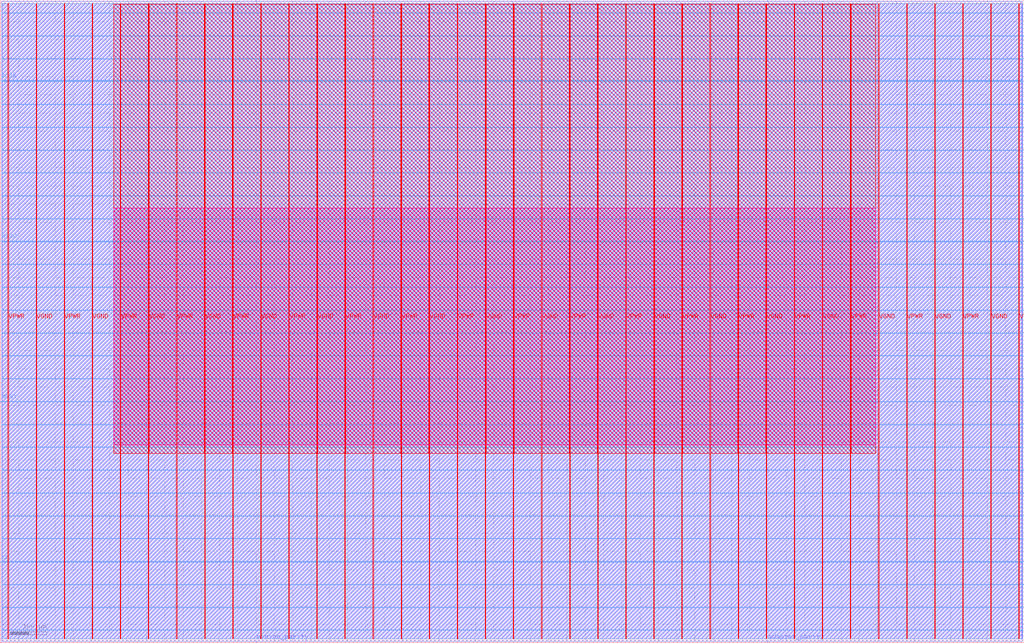
<source format=lef>
VERSION 5.7 ;
  NOWIREEXTENSIONATPIN ON ;
  DIVIDERCHAR "/" ;
  BUSBITCHARS "[]" ;
MACRO tapeins_sp24_tapein1_Interconnect
  CLASS BLOCK ;
  FOREIGN tapeins_sp24_tapein1_Interconnect ;
  ORIGIN 0.000 0.000 ;
  SIZE 2800.000 BY 1760.000 ;
  PIN VGND
    DIRECTION INOUT ;
    USE GROUND ;
    PORT
      LAYER met4 ;
        RECT 97.840 10.640 99.440 1749.200 ;
    END
    PORT
      LAYER met4 ;
        RECT 251.440 10.640 253.040 1749.200 ;
    END
    PORT
      LAYER met4 ;
        RECT 405.040 10.640 406.640 1749.200 ;
    END
    PORT
      LAYER met4 ;
        RECT 558.640 10.640 560.240 1749.200 ;
    END
    PORT
      LAYER met4 ;
        RECT 712.240 10.640 713.840 1749.200 ;
    END
    PORT
      LAYER met4 ;
        RECT 865.840 10.640 867.440 1749.200 ;
    END
    PORT
      LAYER met4 ;
        RECT 1019.440 10.640 1021.040 1749.200 ;
    END
    PORT
      LAYER met4 ;
        RECT 1173.040 10.640 1174.640 1749.200 ;
    END
    PORT
      LAYER met4 ;
        RECT 1326.640 10.640 1328.240 1749.200 ;
    END
    PORT
      LAYER met4 ;
        RECT 1480.240 10.640 1481.840 1749.200 ;
    END
    PORT
      LAYER met4 ;
        RECT 1633.840 10.640 1635.440 1749.200 ;
    END
    PORT
      LAYER met4 ;
        RECT 1787.440 10.640 1789.040 1749.200 ;
    END
    PORT
      LAYER met4 ;
        RECT 1941.040 10.640 1942.640 1749.200 ;
    END
    PORT
      LAYER met4 ;
        RECT 2094.640 10.640 2096.240 1749.200 ;
    END
    PORT
      LAYER met4 ;
        RECT 2248.240 10.640 2249.840 1749.200 ;
    END
    PORT
      LAYER met4 ;
        RECT 2401.840 10.640 2403.440 1749.200 ;
    END
    PORT
      LAYER met4 ;
        RECT 2555.440 10.640 2557.040 1749.200 ;
    END
    PORT
      LAYER met4 ;
        RECT 2709.040 10.640 2710.640 1749.200 ;
    END
  END VGND
  PIN VPWR
    DIRECTION INOUT ;
    USE POWER ;
    PORT
      LAYER met4 ;
        RECT 21.040 10.640 22.640 1749.200 ;
    END
    PORT
      LAYER met4 ;
        RECT 174.640 10.640 176.240 1749.200 ;
    END
    PORT
      LAYER met4 ;
        RECT 328.240 10.640 329.840 1749.200 ;
    END
    PORT
      LAYER met4 ;
        RECT 481.840 10.640 483.440 1749.200 ;
    END
    PORT
      LAYER met4 ;
        RECT 635.440 10.640 637.040 1749.200 ;
    END
    PORT
      LAYER met4 ;
        RECT 789.040 10.640 790.640 1749.200 ;
    END
    PORT
      LAYER met4 ;
        RECT 942.640 10.640 944.240 1749.200 ;
    END
    PORT
      LAYER met4 ;
        RECT 1096.240 10.640 1097.840 1749.200 ;
    END
    PORT
      LAYER met4 ;
        RECT 1249.840 10.640 1251.440 1749.200 ;
    END
    PORT
      LAYER met4 ;
        RECT 1403.440 10.640 1405.040 1749.200 ;
    END
    PORT
      LAYER met4 ;
        RECT 1557.040 10.640 1558.640 1749.200 ;
    END
    PORT
      LAYER met4 ;
        RECT 1710.640 10.640 1712.240 1749.200 ;
    END
    PORT
      LAYER met4 ;
        RECT 1864.240 10.640 1865.840 1749.200 ;
    END
    PORT
      LAYER met4 ;
        RECT 2017.840 10.640 2019.440 1749.200 ;
    END
    PORT
      LAYER met4 ;
        RECT 2171.440 10.640 2173.040 1749.200 ;
    END
    PORT
      LAYER met4 ;
        RECT 2325.040 10.640 2326.640 1749.200 ;
    END
    PORT
      LAYER met4 ;
        RECT 2478.640 10.640 2480.240 1749.200 ;
    END
    PORT
      LAYER met4 ;
        RECT 2632.240 10.640 2633.840 1749.200 ;
    END
    PORT
      LAYER met4 ;
        RECT 2785.840 10.640 2787.440 1749.200 ;
    END
  END VPWR
  PIN adapter_parity
    DIRECTION OUTPUT TRISTATE ;
    USE SIGNAL ;
    ANTENNADIFFAREA 0.795200 ;
    PORT
      LAYER met2 ;
        RECT 2099.530 0.000 2099.810 4.000 ;
    END
  END adapter_parity
  PIN clk
    DIRECTION INPUT ;
    USE SIGNAL ;
    ANTENNAGATEAREA 0.852000 ;
    ANTENNADIFFAREA 0.434700 ;
    PORT
      LAYER met2 ;
        RECT 699.750 1756.000 700.030 1760.000 ;
    END
  END clk
  PIN cs
    DIRECTION INPUT ;
    USE SIGNAL ;
    ANTENNAGATEAREA 0.742500 ;
    PORT
      LAYER met3 ;
        RECT 0.000 220.360 4.000 220.960 ;
    END
  END cs
  PIN io_oeb[0]
    DIRECTION OUTPUT TRISTATE ;
    USE SIGNAL ;
    PORT
      LAYER met3 ;
        RECT 2796.000 34.040 2800.000 34.640 ;
    END
  END io_oeb[0]
  PIN io_oeb[10]
    DIRECTION OUTPUT TRISTATE ;
    USE SIGNAL ;
    PORT
      LAYER met3 ;
        RECT 2796.000 659.640 2800.000 660.240 ;
    END
  END io_oeb[10]
  PIN io_oeb[11]
    DIRECTION OUTPUT TRISTATE ;
    USE SIGNAL ;
    PORT
      LAYER met3 ;
        RECT 2796.000 722.200 2800.000 722.800 ;
    END
  END io_oeb[11]
  PIN io_oeb[12]
    DIRECTION OUTPUT TRISTATE ;
    USE SIGNAL ;
    PORT
      LAYER met3 ;
        RECT 2796.000 784.760 2800.000 785.360 ;
    END
  END io_oeb[12]
  PIN io_oeb[13]
    DIRECTION OUTPUT TRISTATE ;
    USE SIGNAL ;
    PORT
      LAYER met3 ;
        RECT 2796.000 847.320 2800.000 847.920 ;
    END
  END io_oeb[13]
  PIN io_oeb[14]
    DIRECTION OUTPUT TRISTATE ;
    USE SIGNAL ;
    PORT
      LAYER met3 ;
        RECT 2796.000 909.880 2800.000 910.480 ;
    END
  END io_oeb[14]
  PIN io_oeb[15]
    DIRECTION OUTPUT TRISTATE ;
    USE SIGNAL ;
    PORT
      LAYER met3 ;
        RECT 2796.000 972.440 2800.000 973.040 ;
    END
  END io_oeb[15]
  PIN io_oeb[16]
    DIRECTION OUTPUT TRISTATE ;
    USE SIGNAL ;
    PORT
      LAYER met3 ;
        RECT 2796.000 1035.000 2800.000 1035.600 ;
    END
  END io_oeb[16]
  PIN io_oeb[17]
    DIRECTION OUTPUT TRISTATE ;
    USE SIGNAL ;
    PORT
      LAYER met3 ;
        RECT 2796.000 1097.560 2800.000 1098.160 ;
    END
  END io_oeb[17]
  PIN io_oeb[18]
    DIRECTION OUTPUT TRISTATE ;
    USE SIGNAL ;
    PORT
      LAYER met3 ;
        RECT 2796.000 1160.120 2800.000 1160.720 ;
    END
  END io_oeb[18]
  PIN io_oeb[19]
    DIRECTION OUTPUT TRISTATE ;
    USE SIGNAL ;
    PORT
      LAYER met3 ;
        RECT 2796.000 1222.680 2800.000 1223.280 ;
    END
  END io_oeb[19]
  PIN io_oeb[1]
    DIRECTION OUTPUT TRISTATE ;
    USE SIGNAL ;
    PORT
      LAYER met3 ;
        RECT 2796.000 96.600 2800.000 97.200 ;
    END
  END io_oeb[1]
  PIN io_oeb[20]
    DIRECTION OUTPUT TRISTATE ;
    USE SIGNAL ;
    PORT
      LAYER met3 ;
        RECT 2796.000 1285.240 2800.000 1285.840 ;
    END
  END io_oeb[20]
  PIN io_oeb[21]
    DIRECTION OUTPUT TRISTATE ;
    USE SIGNAL ;
    PORT
      LAYER met3 ;
        RECT 2796.000 1347.800 2800.000 1348.400 ;
    END
  END io_oeb[21]
  PIN io_oeb[22]
    DIRECTION OUTPUT TRISTATE ;
    USE SIGNAL ;
    PORT
      LAYER met3 ;
        RECT 2796.000 1410.360 2800.000 1410.960 ;
    END
  END io_oeb[22]
  PIN io_oeb[2]
    DIRECTION OUTPUT TRISTATE ;
    USE SIGNAL ;
    PORT
      LAYER met3 ;
        RECT 2796.000 159.160 2800.000 159.760 ;
    END
  END io_oeb[2]
  PIN io_oeb[3]
    DIRECTION OUTPUT TRISTATE ;
    USE SIGNAL ;
    PORT
      LAYER met3 ;
        RECT 2796.000 221.720 2800.000 222.320 ;
    END
  END io_oeb[3]
  PIN io_oeb[4]
    DIRECTION OUTPUT TRISTATE ;
    USE SIGNAL ;
    PORT
      LAYER met3 ;
        RECT 2796.000 284.280 2800.000 284.880 ;
    END
  END io_oeb[4]
  PIN io_oeb[5]
    DIRECTION OUTPUT TRISTATE ;
    USE SIGNAL ;
    PORT
      LAYER met3 ;
        RECT 2796.000 346.840 2800.000 347.440 ;
    END
  END io_oeb[5]
  PIN io_oeb[6]
    DIRECTION OUTPUT TRISTATE ;
    USE SIGNAL ;
    PORT
      LAYER met3 ;
        RECT 2796.000 409.400 2800.000 410.000 ;
    END
  END io_oeb[6]
  PIN io_oeb[7]
    DIRECTION OUTPUT TRISTATE ;
    USE SIGNAL ;
    PORT
      LAYER met3 ;
        RECT 2796.000 471.960 2800.000 472.560 ;
    END
  END io_oeb[7]
  PIN io_oeb[8]
    DIRECTION OUTPUT TRISTATE ;
    USE SIGNAL ;
    PORT
      LAYER met3 ;
        RECT 2796.000 534.520 2800.000 535.120 ;
    END
  END io_oeb[8]
  PIN io_oeb[9]
    DIRECTION OUTPUT TRISTATE ;
    USE SIGNAL ;
    PORT
      LAYER met3 ;
        RECT 2796.000 597.080 2800.000 597.680 ;
    END
  END io_oeb[9]
  PIN io_out[0]
    DIRECTION OUTPUT TRISTATE ;
    USE SIGNAL ;
    PORT
      LAYER met3 ;
        RECT 2796.000 1472.920 2800.000 1473.520 ;
    END
  END io_out[0]
  PIN io_out[1]
    DIRECTION OUTPUT TRISTATE ;
    USE SIGNAL ;
    PORT
      LAYER met3 ;
        RECT 2796.000 1535.480 2800.000 1536.080 ;
    END
  END io_out[1]
  PIN io_out[2]
    DIRECTION OUTPUT TRISTATE ;
    USE SIGNAL ;
    PORT
      LAYER met3 ;
        RECT 2796.000 1598.040 2800.000 1598.640 ;
    END
  END io_out[2]
  PIN io_out[3]
    DIRECTION OUTPUT TRISTATE ;
    USE SIGNAL ;
    PORT
      LAYER met3 ;
        RECT 2796.000 1660.600 2800.000 1661.200 ;
    END
  END io_out[3]
  PIN io_out[4]
    DIRECTION OUTPUT TRISTATE ;
    USE SIGNAL ;
    PORT
      LAYER met3 ;
        RECT 2796.000 1723.160 2800.000 1723.760 ;
    END
  END io_out[4]
  PIN minion_parity
    DIRECTION OUTPUT TRISTATE ;
    USE SIGNAL ;
    ANTENNADIFFAREA 0.795200 ;
    PORT
      LAYER met2 ;
        RECT 699.750 0.000 700.030 4.000 ;
    END
  END minion_parity
  PIN miso
    DIRECTION OUTPUT TRISTATE ;
    USE SIGNAL ;
    ANTENNADIFFAREA 0.795200 ;
    PORT
      LAYER met3 ;
        RECT 0.000 1098.920 4.000 1099.520 ;
    END
  END miso
  PIN mosi
    DIRECTION INPUT ;
    USE SIGNAL ;
    ANTENNAGATEAREA 0.742500 ;
    PORT
      LAYER met3 ;
        RECT 0.000 659.640 4.000 660.240 ;
    END
  END mosi
  PIN reset
    DIRECTION INPUT ;
    USE SIGNAL ;
    ANTENNAGATEAREA 0.990000 ;
    PORT
      LAYER met2 ;
        RECT 2099.530 1756.000 2099.810 1760.000 ;
    END
  END reset
  PIN sclk
    DIRECTION INPUT ;
    USE SIGNAL ;
    ANTENNAGATEAREA 0.852000 ;
    PORT
      LAYER met3 ;
        RECT 0.000 1538.200 4.000 1538.800 ;
    END
  END sclk
  OBS
      LAYER li1 ;
        RECT 5.520 10.795 2794.040 1749.045 ;
      LAYER met1 ;
        RECT 4.670 10.640 2795.350 1749.200 ;
      LAYER met2 ;
        RECT 4.690 1755.720 699.470 1756.000 ;
        RECT 700.310 1755.720 2099.250 1756.000 ;
        RECT 2100.090 1755.720 2795.330 1756.000 ;
        RECT 4.690 4.280 2795.330 1755.720 ;
        RECT 4.690 4.000 699.470 4.280 ;
        RECT 700.310 4.000 2099.250 4.280 ;
        RECT 2100.090 4.000 2795.330 4.280 ;
      LAYER met3 ;
        RECT 4.000 1724.160 2796.000 1749.125 ;
        RECT 4.000 1722.760 2795.600 1724.160 ;
        RECT 4.000 1661.600 2796.000 1722.760 ;
        RECT 4.000 1660.200 2795.600 1661.600 ;
        RECT 4.000 1599.040 2796.000 1660.200 ;
        RECT 4.000 1597.640 2795.600 1599.040 ;
        RECT 4.000 1539.200 2796.000 1597.640 ;
        RECT 4.400 1537.800 2796.000 1539.200 ;
        RECT 4.000 1536.480 2796.000 1537.800 ;
        RECT 4.000 1535.080 2795.600 1536.480 ;
        RECT 4.000 1473.920 2796.000 1535.080 ;
        RECT 4.000 1472.520 2795.600 1473.920 ;
        RECT 4.000 1411.360 2796.000 1472.520 ;
        RECT 4.000 1409.960 2795.600 1411.360 ;
        RECT 4.000 1348.800 2796.000 1409.960 ;
        RECT 4.000 1347.400 2795.600 1348.800 ;
        RECT 4.000 1286.240 2796.000 1347.400 ;
        RECT 4.000 1284.840 2795.600 1286.240 ;
        RECT 4.000 1223.680 2796.000 1284.840 ;
        RECT 4.000 1222.280 2795.600 1223.680 ;
        RECT 4.000 1161.120 2796.000 1222.280 ;
        RECT 4.000 1159.720 2795.600 1161.120 ;
        RECT 4.000 1099.920 2796.000 1159.720 ;
        RECT 4.400 1098.560 2796.000 1099.920 ;
        RECT 4.400 1098.520 2795.600 1098.560 ;
        RECT 4.000 1097.160 2795.600 1098.520 ;
        RECT 4.000 1036.000 2796.000 1097.160 ;
        RECT 4.000 1034.600 2795.600 1036.000 ;
        RECT 4.000 973.440 2796.000 1034.600 ;
        RECT 4.000 972.040 2795.600 973.440 ;
        RECT 4.000 910.880 2796.000 972.040 ;
        RECT 4.000 909.480 2795.600 910.880 ;
        RECT 4.000 848.320 2796.000 909.480 ;
        RECT 4.000 846.920 2795.600 848.320 ;
        RECT 4.000 785.760 2796.000 846.920 ;
        RECT 4.000 784.360 2795.600 785.760 ;
        RECT 4.000 723.200 2796.000 784.360 ;
        RECT 4.000 721.800 2795.600 723.200 ;
        RECT 4.000 660.640 2796.000 721.800 ;
        RECT 4.400 659.240 2795.600 660.640 ;
        RECT 4.000 598.080 2796.000 659.240 ;
        RECT 4.000 596.680 2795.600 598.080 ;
        RECT 4.000 535.520 2796.000 596.680 ;
        RECT 4.000 534.120 2795.600 535.520 ;
        RECT 4.000 472.960 2796.000 534.120 ;
        RECT 4.000 471.560 2795.600 472.960 ;
        RECT 4.000 410.400 2796.000 471.560 ;
        RECT 4.000 409.000 2795.600 410.400 ;
        RECT 4.000 347.840 2796.000 409.000 ;
        RECT 4.000 346.440 2795.600 347.840 ;
        RECT 4.000 285.280 2796.000 346.440 ;
        RECT 4.000 283.880 2795.600 285.280 ;
        RECT 4.000 222.720 2796.000 283.880 ;
        RECT 4.000 221.360 2795.600 222.720 ;
        RECT 4.400 221.320 2795.600 221.360 ;
        RECT 4.400 219.960 2796.000 221.320 ;
        RECT 4.000 160.160 2796.000 219.960 ;
        RECT 4.000 158.760 2795.600 160.160 ;
        RECT 4.000 97.600 2796.000 158.760 ;
        RECT 4.000 96.200 2795.600 97.600 ;
        RECT 4.000 35.040 2796.000 96.200 ;
        RECT 4.000 33.640 2795.600 35.040 ;
        RECT 4.000 10.715 2796.000 33.640 ;
      LAYER met4 ;
        RECT 310.830 518.335 327.840 1747.425 ;
        RECT 330.240 518.335 404.640 1747.425 ;
        RECT 407.040 518.335 481.440 1747.425 ;
        RECT 483.840 518.335 558.240 1747.425 ;
        RECT 560.640 518.335 635.040 1747.425 ;
        RECT 637.440 518.335 711.840 1747.425 ;
        RECT 714.240 518.335 788.640 1747.425 ;
        RECT 791.040 518.335 865.440 1747.425 ;
        RECT 867.840 518.335 942.240 1747.425 ;
        RECT 944.640 518.335 1019.040 1747.425 ;
        RECT 1021.440 518.335 1095.840 1747.425 ;
        RECT 1098.240 518.335 1172.640 1747.425 ;
        RECT 1175.040 518.335 1249.440 1747.425 ;
        RECT 1251.840 518.335 1326.240 1747.425 ;
        RECT 1328.640 518.335 1403.040 1747.425 ;
        RECT 1405.440 518.335 1479.840 1747.425 ;
        RECT 1482.240 518.335 1556.640 1747.425 ;
        RECT 1559.040 518.335 1633.440 1747.425 ;
        RECT 1635.840 518.335 1710.240 1747.425 ;
        RECT 1712.640 518.335 1787.040 1747.425 ;
        RECT 1789.440 518.335 1863.840 1747.425 ;
        RECT 1866.240 518.335 1940.640 1747.425 ;
        RECT 1943.040 518.335 2017.440 1747.425 ;
        RECT 2019.840 518.335 2094.240 1747.425 ;
        RECT 2096.640 518.335 2171.040 1747.425 ;
        RECT 2173.440 518.335 2247.840 1747.425 ;
        RECT 2250.240 518.335 2324.640 1747.425 ;
        RECT 2327.040 518.335 2394.890 1747.425 ;
      LAYER met5 ;
        RECT 310.620 541.500 2395.100 1189.100 ;
  END
END tapeins_sp24_tapein1_Interconnect
END LIBRARY


</source>
